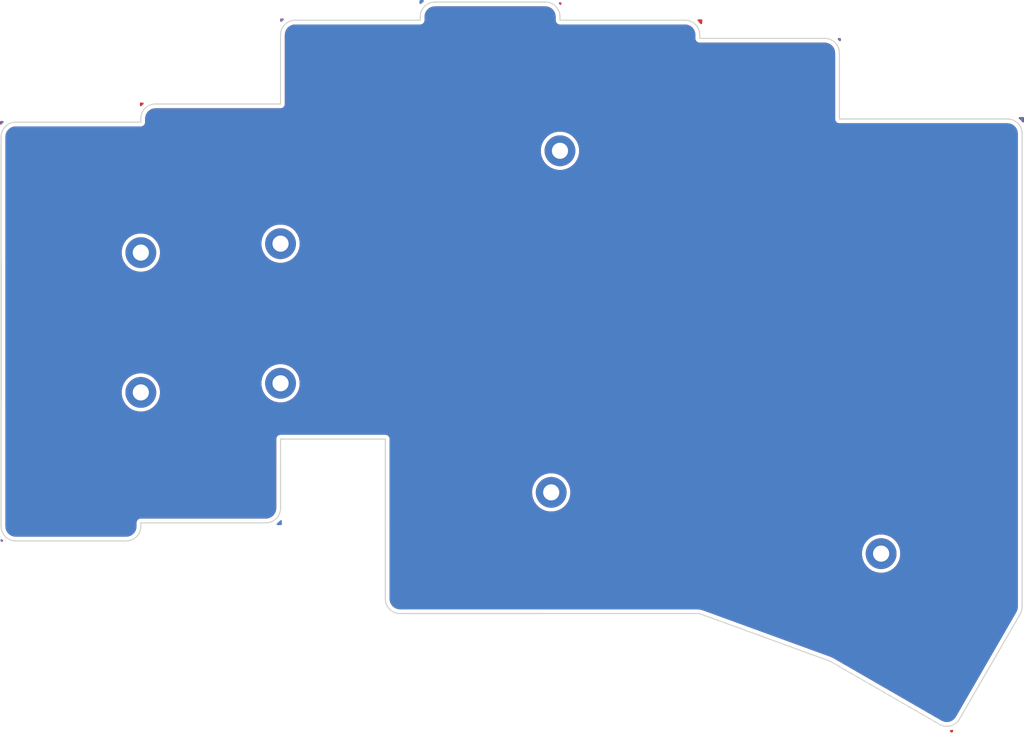
<source format=kicad_pcb>
(kicad_pcb (version 20171130) (host pcbnew "(5.1.10)-1")

  (general
    (thickness 1.6)
    (drawings 48)
    (tracks 0)
    (zones 0)
    (modules 7)
    (nets 1)
  )

  (page A4)
  (layers
    (0 F.Cu signal)
    (31 B.Cu signal)
    (32 B.Adhes user)
    (33 F.Adhes user)
    (34 B.Paste user)
    (35 F.Paste user)
    (36 B.SilkS user)
    (37 F.SilkS user)
    (38 B.Mask user)
    (39 F.Mask user)
    (40 Dwgs.User user)
    (41 Cmts.User user)
    (42 Eco1.User user)
    (43 Eco2.User user)
    (44 Edge.Cuts user)
    (45 Margin user)
    (46 B.CrtYd user)
    (47 F.CrtYd user)
    (48 B.Fab user)
    (49 F.Fab user)
  )

  (setup
    (last_trace_width 0.25)
    (trace_clearance 0.2)
    (zone_clearance 0.508)
    (zone_45_only no)
    (trace_min 0.2)
    (via_size 0.8)
    (via_drill 0.4)
    (via_min_size 0.4)
    (via_min_drill 0.3)
    (uvia_size 0.3)
    (uvia_drill 0.1)
    (uvias_allowed no)
    (uvia_min_size 0.2)
    (uvia_min_drill 0.1)
    (edge_width 0.05)
    (segment_width 0.2)
    (pcb_text_width 0.3)
    (pcb_text_size 1.5 1.5)
    (mod_edge_width 0.12)
    (mod_text_size 1 1)
    (mod_text_width 0.15)
    (pad_size 4.2 4.2)
    (pad_drill 2.2)
    (pad_to_mask_clearance 0)
    (aux_axis_origin 0 0)
    (visible_elements FFFFFF7F)
    (pcbplotparams
      (layerselection 0x010fc_ffffffff)
      (usegerberextensions false)
      (usegerberattributes true)
      (usegerberadvancedattributes true)
      (creategerberjobfile true)
      (excludeedgelayer true)
      (linewidth 0.100000)
      (plotframeref false)
      (viasonmask false)
      (mode 1)
      (useauxorigin false)
      (hpglpennumber 1)
      (hpglpenspeed 20)
      (hpglpendiameter 15.000000)
      (psnegative false)
      (psa4output false)
      (plotreference true)
      (plotvalue true)
      (plotinvisibletext false)
      (padsonsilk false)
      (subtractmaskfromsilk false)
      (outputformat 1)
      (mirror false)
      (drillshape 1)
      (scaleselection 1)
      (outputdirectory ""))
  )

  (net 0 "")

  (net_class Default "This is the default net class."
    (clearance 0.2)
    (trace_width 0.25)
    (via_dia 0.8)
    (via_drill 0.4)
    (uvia_dia 0.3)
    (uvia_drill 0.1)
  )

  (module kbd:M2_HOLE_v2 (layer F.Cu) (tedit 611C5F24) (tstamp 611C5F7B)
    (at 140.0048 92.0496)
    (descr "Mounting Hole 2.2mm, no annular, M2")
    (tags "mounting hole 2.2mm no annular m2")
    (attr virtual)
    (fp_text reference Ref** (at -0.95 -0.55) (layer F.Fab) hide
      (effects (font (size 1 1) (thickness 0.15)))
    )
    (fp_text value Val** (at 0 0.55) (layer F.Fab) hide
      (effects (font (size 1 1) (thickness 0.15)))
    )
    (pad "" thru_hole circle (at 0 0) (size 4.2 4.2) (drill 2.2) (layers *.Cu *.Mask))
  )

  (module kbd:M2_HOLE_v2 (layer F.Cu) (tedit 611C5F09) (tstamp 611C5F56)
    (at 95.0214 83.693)
    (descr "Mounting Hole 2.2mm, no annular, M2")
    (tags "mounting hole 2.2mm no annular m2")
    (attr virtual)
    (fp_text reference Ref** (at -0.95 -0.55) (layer F.Fab) hide
      (effects (font (size 1 1) (thickness 0.15)))
    )
    (fp_text value Val** (at 0 0.55) (layer F.Fab) hide
      (effects (font (size 1 1) (thickness 0.15)))
    )
    (pad "" thru_hole circle (at 0 0) (size 4.2 4.2) (drill 2.2) (layers *.Cu *.Mask))
  )

  (module kbd:M2_HOLE_v2 (layer F.Cu) (tedit 611C5EEC) (tstamp 611C5F31)
    (at 96.2152 37.084)
    (descr "Mounting Hole 2.2mm, no annular, M2")
    (tags "mounting hole 2.2mm no annular m2")
    (attr virtual)
    (fp_text reference Ref** (at -0.95 -0.55) (layer F.Fab) hide
      (effects (font (size 1 1) (thickness 0.15)))
    )
    (fp_text value Val** (at 0 0.55) (layer F.Fab) hide
      (effects (font (size 1 1) (thickness 0.15)))
    )
    (pad "" thru_hole circle (at 0 0) (size 4.2 4.2) (drill 2.2) (layers *.Cu *.Mask))
  )

  (module kbd:M2_HOLE_v2 (layer F.Cu) (tedit 611C5ED0) (tstamp 611C5F07)
    (at 58.1152 68.8086)
    (descr "Mounting Hole 2.2mm, no annular, M2")
    (tags "mounting hole 2.2mm no annular m2")
    (attr virtual)
    (fp_text reference Ref** (at -0.95 -0.55) (layer F.Fab) hide
      (effects (font (size 1 1) (thickness 0.15)))
    )
    (fp_text value Val** (at 0 0.55) (layer F.Fab) hide
      (effects (font (size 1 1) (thickness 0.15)))
    )
    (pad "" thru_hole circle (at 0 0) (size 4.2 4.2) (drill 2.2) (layers *.Cu *.Mask))
  )

  (module kbd:M2_HOLE_v2 (layer F.Cu) (tedit 611C5EAC) (tstamp 611C5EDD)
    (at 58.1152 49.7586)
    (descr "Mounting Hole 2.2mm, no annular, M2")
    (tags "mounting hole 2.2mm no annular m2")
    (attr virtual)
    (fp_text reference Ref** (at -0.95 -0.55) (layer F.Fab) hide
      (effects (font (size 1 1) (thickness 0.15)))
    )
    (fp_text value Val** (at 0 0.55) (layer F.Fab) hide
      (effects (font (size 1 1) (thickness 0.15)))
    )
    (pad "" thru_hole circle (at 0 0) (size 4.2 4.2) (drill 2.2) (layers *.Cu *.Mask))
  )

  (module kbd:M2_HOLE_v2 (layer F.Cu) (tedit 611C5E89) (tstamp 611C5EB4)
    (at 39.0652 70.0532)
    (descr "Mounting Hole 2.2mm, no annular, M2")
    (tags "mounting hole 2.2mm no annular m2")
    (attr virtual)
    (fp_text reference Ref** (at -0.95 -0.55) (layer F.Fab) hide
      (effects (font (size 1 1) (thickness 0.15)))
    )
    (fp_text value Val** (at 0 0.55) (layer F.Fab) hide
      (effects (font (size 1 1) (thickness 0.15)))
    )
    (pad "" thru_hole circle (at 0 0) (size 4.2 4.2) (drill 2.2) (layers *.Cu *.Mask))
  )

  (module kbd:M2_HOLE_v2 (layer F.Cu) (tedit 611C5E26) (tstamp 611C5E5A)
    (at 39.0652 50.9778)
    (descr "Mounting Hole 2.2mm, no annular, M2")
    (tags "mounting hole 2.2mm no annular m2")
    (attr virtual)
    (fp_text reference Ref** (at -0.95 -0.55) (layer F.Fab) hide
      (effects (font (size 1 1) (thickness 0.15)))
    )
    (fp_text value Val** (at 0 0.55) (layer F.Fab) hide
      (effects (font (size 1 1) (thickness 0.15)))
    )
    (pad "" thru_hole circle (at 0 0) (size 4.2 4.2) (drill 2.2) (layers *.Cu *.Mask))
  )

  (gr_arc (start 157.225526 99.309298) (end 158.9575 100.309431) (angle -30.00439475) (layer Edge.Cuts) (width 0.15))
  (gr_arc (start 157.225526 34.7424) (end 159.225526 34.7424) (angle -90) (layer Edge.Cuts) (width 0.15))
  (gr_line (start 159.225526 34.7424) (end 159.225526 99.309298) (layer Edge.Cuts) (width 0.15))
  (gr_line (start 134.3152 32.7424) (end 157.225526 32.7424) (layer Edge.Cuts) (width 0.15))
  (gr_arc (start 132.3152 23.7424) (end 134.3152 23.7424) (angle -90) (layer Edge.Cuts) (width 0.15))
  (gr_line (start 147.967248 115.342413) (end 133.203993 106.818057) (layer Edge.Cuts) (width 0.15))
  (gr_arc (start 148.967317 113.610402) (end 147.967248 115.342413) (angle -89.9978925) (layer Edge.Cuts) (width 0.15))
  (gr_line (start 132.888985 106.671055) (end 115.548833 100.349087) (layer Edge.Cuts) (width 0.15))
  (gr_arc (start 132.203924 108.550068) (end 133.203993 106.818057) (angle -9.971165772) (layer Edge.Cuts) (width 0.15))
  (gr_line (start 134.3152 23.7424) (end 134.3152 32.7424) (layer Edge.Cuts) (width 0.15))
  (gr_line (start 158.9575 100.309431) (end 150.699292 114.610535) (layer Edge.Cuts) (width 0.15))
  (gr_arc (start 94.215265 18.7897) (end 96.215265 18.789135) (angle -89.98380495) (layer Edge.Cuts) (width 0.15))
  (gr_arc (start 79.164834 18.7897) (end 79.164834 16.789701) (angle -89.98380495) (layer Edge.Cuts) (width 0.15))
  (gr_line (start 60.115277 19.266201) (end 77.1647 19.266201) (layer Edge.Cuts) (width 0.15))
  (gr_line (start 79.164834 16.789701) (end 94.215265 16.789701) (layer Edge.Cuts) (width 0.15))
  (gr_line (start 77.1647 19.266201) (end 77.164834 18.789135) (layer Edge.Cuts) (width 0.15))
  (gr_arc (start 60.115277 21.266201) (end 60.115277 19.266201) (angle -89.99649129) (layer Edge.Cuts) (width 0.15))
  (gr_line (start 58.1147 30.6969) (end 58.115277 21.266078) (layer Edge.Cuts) (width 0.15))
  (gr_line (start 93.8335 100.2281) (end 74.7842 100.2281) (layer Edge.Cuts) (width 0.15))
  (gr_line (start 41.064996 30.6969) (end 58.1147 30.6969) (layer Edge.Cuts) (width 0.15))
  (gr_line (start 20.01536 71.2727) (end 20.01536 52.2234) (layer Edge.Cuts) (width 0.15))
  (gr_line (start 22.01536 33.1734) (end 39.0649 33.1734) (layer Edge.Cuts) (width 0.15))
  (gr_arc (start 22.015359 35.1734) (end 22.01536 33.1734) (angle -90) (layer Edge.Cuts) (width 0.15))
  (gr_line (start 20.01536 88.322801) (end 20.015359 35.1734) (layer Edge.Cuts) (width 0.15))
  (gr_arc (start 22.01536 88.3228) (end 20.01536 88.322801) (angle -90) (layer Edge.Cuts) (width 0.15))
  (gr_arc (start 56.114699 85.8465) (end 56.1147 87.8465) (angle -90) (layer Edge.Cuts) (width 0.15))
  (gr_line (start 39.0654 87.8465) (end 39.065303 88.323204) (layer Edge.Cuts) (width 0.15))
  (gr_line (start 56.1147 87.8465) (end 39.0654 87.8465) (layer Edge.Cuts) (width 0.15))
  (gr_arc (start 41.064996 32.6969) (end 41.064996 30.6969) (angle -89.98843211) (layer Edge.Cuts) (width 0.15))
  (gr_line (start 39.0649 33.1734) (end 39.064996 32.696497) (layer Edge.Cuts) (width 0.15))
  (gr_line (start 37.065303 90.3228) (end 22.01536 90.3228) (layer Edge.Cuts) (width 0.15))
  (gr_arc (start 37.065303 88.322801) (end 37.065303 90.3228) (angle -89.98843117) (layer Edge.Cuts) (width 0.15))
  (gr_line (start 58.1147 81.1786) (end 58.1147 85.8465) (layer Edge.Cuts) (width 0.15))
  (gr_line (start 58.115399 76.4169) (end 58.1147 81.1786) (layer Edge.Cuts) (width 0.15))
  (gr_line (start 72.40295 81.1786) (end 72.40295 76.4169) (layer Edge.Cuts) (width 0.15))
  (gr_line (start 72.40295 76.4169) (end 58.115399 76.4169) (layer Edge.Cuts) (width 0.15))
  (gr_line (start 72.40295 81.329465) (end 72.40295 81.1786) (layer Edge.Cuts) (width 0.15))
  (gr_line (start 72.40295 87.8465) (end 72.40295 81.329465) (layer Edge.Cuts) (width 0.15))
  (gr_line (start 72.40295 90.3228) (end 72.40295 87.8465) (layer Edge.Cuts) (width 0.15))
  (gr_arc (start 74.40295 98.2281) (end 72.40295 98.2281) (angle -90) (layer Edge.Cuts) (width 0.15))
  (gr_line (start 114.863772 100.228101) (end 74.40295 100.2281) (layer Edge.Cuts) (width 0.15))
  (gr_arc (start 114.863772 102.228101) (end 115.548833 100.349087) (angle -20.03112148) (layer Edge.Cuts) (width 0.15))
  (gr_line (start 72.40295 98.2281) (end 72.40295 90.3228) (layer Edge.Cuts) (width 0.15))
  (gr_line (start 96.2154 19.266201) (end 113.265103 19.266201) (layer Edge.Cuts) (width 0.15))
  (gr_line (start 96.215265 18.789135) (end 96.2154 19.266201) (layer Edge.Cuts) (width 0.15))
  (gr_arc (start 113.265103 21.2662) (end 115.265103 21.265797) (angle -89.9884307) (layer Edge.Cuts) (width 0.15))
  (gr_line (start 115.265103 21.265797) (end 115.2652 21.7424) (layer Edge.Cuts) (width 0.15))
  (gr_line (start 115.2652 21.7424) (end 132.3152 21.7424) (layer Edge.Cuts) (width 0.15))

  (zone (net 0) (net_name "") (layer F.Cu) (tstamp 0) (hatch edge 0.508)
    (connect_pads (clearance 0.508))
    (min_thickness 0.254)
    (fill yes (arc_segments 32) (thermal_gap 0.508) (thermal_bridge_width 0.508))
    (polygon
      (pts
        (xy 96.4184 16.8148) (xy 96.393 19.1008) (xy 115.6462 19.1516) (xy 115.3922 21.6408) (xy 134.5184 21.6916)
        (xy 134.4168 32.639) (xy 159.4866 32.4866) (xy 159.2834 100.0252) (xy 149.6822 116.5098) (xy 132.8166 106.7054)
        (xy 115.1382 100.3046) (xy 72.3138 100.203) (xy 72.2884 76.5048) (xy 58.1914 76.4794) (xy 58.166 87.9348)
        (xy 39.1668 87.9348) (xy 39.0144 90.3224) (xy 19.939 90.424) (xy 19.8628 33.02) (xy 38.9636 33.0708)
        (xy 38.9382 30.5054) (xy 58.0136 30.607) (xy 58.0644 19.0246) (xy 77.0636 19.177) (xy 77.0636 16.5354)
      )
    )
    (filled_polygon
      (pts
        (xy 149.636322 116.33623) (xy 149.502849 116.258639) (xy 149.6099 116.240541) (xy 149.671962 116.223684) (xy 149.70713 116.214657)
      )
    )
    (filled_polygon
      (pts
        (xy 94.465164 17.527607) (xy 94.70555 17.600184) (xy 94.927256 17.718068) (xy 95.121842 17.876768) (xy 95.2819 18.070245)
        (xy 95.401329 18.291124) (xy 95.475582 18.530997) (xy 95.505273 18.813489) (xy 95.50539 19.231422) (xy 95.501965 19.266201)
        (xy 95.50541 19.301179) (xy 95.50541 19.301278) (xy 95.508703 19.334613) (xy 95.515673 19.405385) (xy 95.515703 19.405485)
        (xy 95.515713 19.405582) (xy 95.534703 19.468119) (xy 95.556272 19.539221) (xy 95.556322 19.539314) (xy 95.55635 19.539407)
        (xy 95.587478 19.597604) (xy 95.6222 19.662564) (xy 95.622268 19.662647) (xy 95.622313 19.662731) (xy 95.664573 19.714195)
        (xy 95.710925 19.770676) (xy 95.711006 19.770742) (xy 95.711068 19.770818) (xy 95.76382 19.814085) (xy 95.819037 19.859401)
        (xy 95.819127 19.859449) (xy 95.819205 19.859513) (xy 95.87986 19.891912) (xy 95.94238 19.925329) (xy 95.942479 19.925359)
        (xy 95.942567 19.925406) (xy 96.007735 19.945154) (xy 96.076216 19.965928) (xy 96.07632 19.965938) (xy 96.076415 19.965967)
        (xy 96.143643 19.972569) (xy 96.180523 19.976201) (xy 96.180631 19.976201) (xy 96.215601 19.979635) (xy 96.250368 19.976201)
        (xy 113.230394 19.976201) (xy 113.515003 20.004107) (xy 113.755389 20.076684) (xy 113.977095 20.194568) (xy 114.171683 20.35327)
        (xy 114.331737 20.546743) (xy 114.451168 20.767625) (xy 114.52542 21.007494) (xy 114.555108 21.289964) (xy 114.555194 21.707587)
        (xy 114.551765 21.7424) (xy 114.555208 21.777358) (xy 114.555208 21.777421) (xy 114.558203 21.807764) (xy 114.565473 21.881584)
        (xy 114.565495 21.881657) (xy 114.565502 21.881726) (xy 114.584502 21.944314) (xy 114.606072 22.01542) (xy 114.606107 22.015486)
        (xy 114.606128 22.015554) (xy 114.637278 22.073803) (xy 114.672 22.138763) (xy 114.672048 22.138822) (xy 114.672081 22.138883)
        (xy 114.714271 22.19027) (xy 114.760725 22.246875) (xy 114.760784 22.246923) (xy 114.760828 22.246977) (xy 114.810436 22.287672)
        (xy 114.868837 22.3356) (xy 114.868904 22.335636) (xy 114.868958 22.33568) (xy 114.927153 22.366771) (xy 114.99218 22.401528)
        (xy 114.992254 22.40155) (xy 114.992315 22.401583) (xy 115.05621 22.420951) (xy 115.126016 22.442127) (xy 115.126091 22.442134)
        (xy 115.126159 22.442155) (xy 115.192568 22.448682) (xy 115.230323 22.4524) (xy 115.230404 22.4524) (xy 115.265345 22.455834)
        (xy 115.30014 22.4524) (xy 132.280479 22.4524) (xy 132.565099 22.480307) (xy 132.805485 22.552884) (xy 133.027191 22.670768)
        (xy 133.221777 22.829468) (xy 133.381835 23.022945) (xy 133.501264 23.243824) (xy 133.575517 23.483697) (xy 133.6052 23.766116)
        (xy 133.605201 32.707513) (xy 133.601765 32.7424) (xy 133.615473 32.881584) (xy 133.656072 33.01542) (xy 133.722 33.138763)
        (xy 133.810725 33.246875) (xy 133.918837 33.3356) (xy 134.04218 33.401528) (xy 134.176016 33.442127) (xy 134.280323 33.4524)
        (xy 134.3152 33.455835) (xy 134.350077 33.4524) (xy 157.190805 33.4524) (xy 157.475425 33.480307) (xy 157.715811 33.552884)
        (xy 157.937517 33.670768) (xy 158.132103 33.829468) (xy 158.292161 34.022945) (xy 158.41159 34.243824) (xy 158.485843 34.483697)
        (xy 158.515526 34.766116) (xy 158.515527 99.274567) (xy 158.487619 99.559197) (xy 158.411796 99.810333) (xy 158.330868 99.974786)
        (xy 150.101816 114.225401) (xy 149.935305 114.457943) (xy 149.752247 114.62982) (xy 149.539294 114.762865) (xy 149.304552 114.852014)
        (xy 149.056969 114.89387) (xy 148.805962 114.886839) (xy 148.561113 114.831191) (xy 148.301692 114.715665) (xy 133.528813 106.185754)
        (xy 133.500741 106.173033) (xy 133.192744 106.029302) (xy 133.164948 106.015951) (xy 115.759262 99.670091) (xy 115.732746 99.66328)
        (xy 115.44336 99.582397) (xy 115.387189 99.572477) (xy 115.331384 99.560615) (xy 115.321525 99.559579) (xy 114.933056 99.521489)
        (xy 114.933039 99.521489) (xy 114.898649 99.518102) (xy 93.868387 99.518101) (xy 93.868377 99.5181) (xy 74.437671 99.5181)
        (xy 74.153051 99.490193) (xy 73.912668 99.417617) (xy 73.690961 99.299733) (xy 73.49637 99.141029) (xy 73.336315 98.947555)
        (xy 73.216886 98.726676) (xy 73.142633 98.486801) (xy 73.11295 98.204391) (xy 73.11295 91.780226) (xy 137.2698 91.780226)
        (xy 137.2698 92.318974) (xy 137.374905 92.84737) (xy 137.581075 93.345108) (xy 137.880387 93.793061) (xy 138.261339 94.174013)
        (xy 138.709292 94.473325) (xy 139.20703 94.679495) (xy 139.735426 94.7846) (xy 140.274174 94.7846) (xy 140.80257 94.679495)
        (xy 141.300308 94.473325) (xy 141.748261 94.174013) (xy 142.129213 93.793061) (xy 142.428525 93.345108) (xy 142.634695 92.84737)
        (xy 142.7398 92.318974) (xy 142.7398 91.780226) (xy 142.634695 91.25183) (xy 142.428525 90.754092) (xy 142.129213 90.306139)
        (xy 141.748261 89.925187) (xy 141.300308 89.625875) (xy 140.80257 89.419705) (xy 140.274174 89.3146) (xy 139.735426 89.3146)
        (xy 139.20703 89.419705) (xy 138.709292 89.625875) (xy 138.261339 89.925187) (xy 137.880387 90.306139) (xy 137.581075 90.754092)
        (xy 137.374905 91.25183) (xy 137.2698 91.780226) (xy 73.11295 91.780226) (xy 73.11295 83.423626) (xy 92.2864 83.423626)
        (xy 92.2864 83.962374) (xy 92.391505 84.49077) (xy 92.597675 84.988508) (xy 92.896987 85.436461) (xy 93.277939 85.817413)
        (xy 93.725892 86.116725) (xy 94.22363 86.322895) (xy 94.752026 86.428) (xy 95.290774 86.428) (xy 95.81917 86.322895)
        (xy 96.316908 86.116725) (xy 96.764861 85.817413) (xy 97.145813 85.436461) (xy 97.445125 84.988508) (xy 97.651295 84.49077)
        (xy 97.7564 83.962374) (xy 97.7564 83.423626) (xy 97.651295 82.89523) (xy 97.445125 82.397492) (xy 97.145813 81.949539)
        (xy 96.764861 81.568587) (xy 96.316908 81.269275) (xy 95.81917 81.063105) (xy 95.290774 80.958) (xy 94.752026 80.958)
        (xy 94.22363 81.063105) (xy 93.725892 81.269275) (xy 93.277939 81.568587) (xy 92.896987 81.949539) (xy 92.597675 82.397492)
        (xy 92.391505 82.89523) (xy 92.2864 83.423626) (xy 73.11295 83.423626) (xy 73.11295 76.451777) (xy 73.116385 76.4169)
        (xy 73.102677 76.277716) (xy 73.062078 76.14388) (xy 72.99615 76.020537) (xy 72.907425 75.912425) (xy 72.799313 75.8237)
        (xy 72.67597 75.757772) (xy 72.542134 75.717173) (xy 72.437827 75.7069) (xy 72.40295 75.703465) (xy 72.368073 75.7069)
        (xy 58.150319 75.7069) (xy 58.115503 75.703466) (xy 58.080582 75.7069) (xy 58.080522 75.7069) (xy 58.041428 75.71075)
        (xy 57.976318 75.717153) (xy 57.97627 75.717168) (xy 57.976215 75.717173) (xy 57.907343 75.738065) (xy 57.842476 75.757732)
        (xy 57.84243 75.757756) (xy 57.842379 75.757772) (xy 57.778409 75.791964) (xy 57.719124 75.823642) (xy 57.719086 75.823673)
        (xy 57.719036 75.8237) (xy 57.659227 75.872784) (xy 57.610999 75.912352) (xy 57.61097 75.912387) (xy 57.610924 75.912425)
        (xy 57.562284 75.971693) (xy 57.522258 76.02045) (xy 57.522235 76.020493) (xy 57.522199 76.020537) (xy 57.486127 76.088023)
        (xy 57.456312 76.143784) (xy 57.456298 76.143829) (xy 57.456271 76.14388) (xy 57.4342 76.216639) (xy 57.415693 76.277614)
        (xy 57.415688 76.277663) (xy 57.415672 76.277716) (xy 57.408266 76.35291) (xy 57.405405 76.381919) (xy 57.405405 76.381962)
        (xy 57.401964 76.4169) (xy 57.405395 76.451734) (xy 57.404705 81.143671) (xy 57.4047 81.143724) (xy 57.4047 81.179297)
        (xy 57.404695 81.213372) (xy 57.4047 81.213423) (xy 57.404701 85.81175) (xy 57.376791 86.096405) (xy 57.304216 86.336781)
        (xy 57.186332 86.55849) (xy 57.027629 86.75308) (xy 56.834155 86.913135) (xy 56.613276 87.032564) (xy 56.373401 87.106817)
        (xy 56.090991 87.1365) (xy 39.10034 87.1365) (xy 39.065545 87.133066) (xy 39.030604 87.1365) (xy 39.030523 87.1365)
        (xy 38.992768 87.140218) (xy 38.926359 87.146745) (xy 38.926291 87.146766) (xy 38.926216 87.146773) (xy 38.85641 87.167949)
        (xy 38.792515 87.187317) (xy 38.792454 87.18735) (xy 38.79238 87.187372) (xy 38.727353 87.222129) (xy 38.669158 87.25322)
        (xy 38.669104 87.253264) (xy 38.669037 87.2533) (xy 38.612909 87.299363) (xy 38.561028 87.341923) (xy 38.560984 87.341977)
        (xy 38.560925 87.342025) (xy 38.515225 87.397711) (xy 38.472281 87.450017) (xy 38.472248 87.450078) (xy 38.4722 87.450137)
        (xy 38.438531 87.513127) (xy 38.406328 87.573346) (xy 38.406307 87.573414) (xy 38.406272 87.57348) (xy 38.385471 87.642051)
        (xy 38.365702 87.707174) (xy 38.365695 87.707243) (xy 38.365673 87.707316) (xy 38.358403 87.781136) (xy 38.355408 87.811479)
        (xy 38.355408 87.811542) (xy 38.351965 87.8465) (xy 38.355394 87.881313) (xy 38.35531 88.288329) (xy 38.327344 88.572956)
        (xy 38.25472 88.813322) (xy 38.136792 89.035005) (xy 37.978049 89.229564) (xy 37.784543 89.38958) (xy 37.56364 89.508965)
        (xy 37.323756 89.583169) (xy 37.041282 89.6128) (xy 22.05009 89.6128) (xy 21.765455 89.584892) (xy 21.525079 89.512317)
        (xy 21.30337 89.394433) (xy 21.10878 89.23573) (xy 20.948725 89.042256) (xy 20.829296 88.821377) (xy 20.755043 88.581502)
        (xy 20.72536 88.299092) (xy 20.725359 71.307584) (xy 20.72536 71.307577) (xy 20.72536 69.783826) (xy 36.3302 69.783826)
        (xy 36.3302 70.322574) (xy 36.435305 70.85097) (xy 36.641475 71.348708) (xy 36.940787 71.796661) (xy 37.321739 72.177613)
        (xy 37.769692 72.476925) (xy 38.26743 72.683095) (xy 38.795826 72.7882) (xy 39.334574 72.7882) (xy 39.86297 72.683095)
        (xy 40.360708 72.476925) (xy 40.808661 72.177613) (xy 41.189613 71.796661) (xy 41.488925 71.348708) (xy 41.695095 70.85097)
        (xy 41.8002 70.322574) (xy 41.8002 69.783826) (xy 41.695095 69.25543) (xy 41.488925 68.757692) (xy 41.342951 68.539226)
        (xy 55.3802 68.539226) (xy 55.3802 69.077974) (xy 55.485305 69.60637) (xy 55.691475 70.104108) (xy 55.990787 70.552061)
        (xy 56.371739 70.933013) (xy 56.819692 71.232325) (xy 57.31743 71.438495) (xy 57.845826 71.5436) (xy 58.384574 71.5436)
        (xy 58.91297 71.438495) (xy 59.410708 71.232325) (xy 59.858661 70.933013) (xy 60.239613 70.552061) (xy 60.538925 70.104108)
        (xy 60.745095 69.60637) (xy 60.8502 69.077974) (xy 60.8502 68.539226) (xy 60.745095 68.01083) (xy 60.538925 67.513092)
        (xy 60.239613 67.065139) (xy 59.858661 66.684187) (xy 59.410708 66.384875) (xy 58.91297 66.178705) (xy 58.384574 66.0736)
        (xy 57.845826 66.0736) (xy 57.31743 66.178705) (xy 56.819692 66.384875) (xy 56.371739 66.684187) (xy 55.990787 67.065139)
        (xy 55.691475 67.513092) (xy 55.485305 68.01083) (xy 55.3802 68.539226) (xy 41.342951 68.539226) (xy 41.189613 68.309739)
        (xy 40.808661 67.928787) (xy 40.360708 67.629475) (xy 39.86297 67.423305) (xy 39.334574 67.3182) (xy 38.795826 67.3182)
        (xy 38.26743 67.423305) (xy 37.769692 67.629475) (xy 37.321739 67.928787) (xy 36.940787 68.309739) (xy 36.641475 68.757692)
        (xy 36.435305 69.25543) (xy 36.3302 69.783826) (xy 20.72536 69.783826) (xy 20.72536 52.188523) (xy 20.725359 52.188509)
        (xy 20.725359 50.708426) (xy 36.3302 50.708426) (xy 36.3302 51.247174) (xy 36.435305 51.77557) (xy 36.641475 52.273308)
        (xy 36.940787 52.721261) (xy 37.321739 53.102213) (xy 37.769692 53.401525) (xy 38.26743 53.607695) (xy 38.795826 53.7128)
        (xy 39.334574 53.7128) (xy 39.86297 53.607695) (xy 40.360708 53.401525) (xy 40.808661 53.102213) (xy 41.189613 52.721261)
        (xy 41.488925 52.273308) (xy 41.695095 51.77557) (xy 41.8002 51.247174) (xy 41.8002 50.708426) (xy 41.695095 50.18003)
        (xy 41.488925 49.682292) (xy 41.359923 49.489226) (xy 55.3802 49.489226) (xy 55.3802 50.027974) (xy 55.485305 50.55637)
        (xy 55.691475 51.054108) (xy 55.990787 51.502061) (xy 56.371739 51.883013) (xy 56.819692 52.182325) (xy 57.31743 52.388495)
        (xy 57.845826 52.4936) (xy 58.384574 52.4936) (xy 58.91297 52.388495) (xy 59.410708 52.182325) (xy 59.858661 51.883013)
        (xy 60.239613 51.502061) (xy 60.538925 51.054108) (xy 60.745095 50.55637) (xy 60.8502 50.027974) (xy 60.8502 49.489226)
        (xy 60.745095 48.96083) (xy 60.538925 48.463092) (xy 60.239613 48.015139) (xy 59.858661 47.634187) (xy 59.410708 47.334875)
        (xy 58.91297 47.128705) (xy 58.384574 47.0236) (xy 57.845826 47.0236) (xy 57.31743 47.128705) (xy 56.819692 47.334875)
        (xy 56.371739 47.634187) (xy 55.990787 48.015139) (xy 55.691475 48.463092) (xy 55.485305 48.96083) (xy 55.3802 49.489226)
        (xy 41.359923 49.489226) (xy 41.189613 49.234339) (xy 40.808661 48.853387) (xy 40.360708 48.554075) (xy 39.86297 48.347905)
        (xy 39.334574 48.2428) (xy 38.795826 48.2428) (xy 38.26743 48.347905) (xy 37.769692 48.554075) (xy 37.321739 48.853387)
        (xy 36.940787 49.234339) (xy 36.641475 49.682292) (xy 36.435305 50.18003) (xy 36.3302 50.708426) (xy 20.725359 50.708426)
        (xy 20.725359 36.814626) (xy 93.4802 36.814626) (xy 93.4802 37.353374) (xy 93.585305 37.88177) (xy 93.791475 38.379508)
        (xy 94.090787 38.827461) (xy 94.471739 39.208413) (xy 94.919692 39.507725) (xy 95.41743 39.713895) (xy 95.945826 39.819)
        (xy 96.484574 39.819) (xy 97.01297 39.713895) (xy 97.510708 39.507725) (xy 97.958661 39.208413) (xy 98.339613 38.827461)
        (xy 98.638925 38.379508) (xy 98.845095 37.88177) (xy 98.9502 37.353374) (xy 98.9502 36.814626) (xy 98.845095 36.28623)
        (xy 98.638925 35.788492) (xy 98.339613 35.340539) (xy 97.958661 34.959587) (xy 97.510708 34.660275) (xy 97.01297 34.454105)
        (xy 96.484574 34.349) (xy 95.945826 34.349) (xy 95.41743 34.454105) (xy 94.919692 34.660275) (xy 94.471739 34.959587)
        (xy 94.090787 35.340539) (xy 93.791475 35.788492) (xy 93.585305 36.28623) (xy 93.4802 36.814626) (xy 20.725359 36.814626)
        (xy 20.725358 35.20813) (xy 20.753266 34.9235) (xy 20.825843 34.683114) (xy 20.943727 34.461408) (xy 21.102429 34.26682)
        (xy 21.295902 34.106766) (xy 21.516784 33.987335) (xy 21.756653 33.913083) (xy 22.039075 33.8834) (xy 39.029962 33.8834)
        (xy 39.064757 33.886834) (xy 39.099698 33.8834) (xy 39.099777 33.8834) (xy 39.136594 33.879774) (xy 39.203943 33.873155)
        (xy 39.204012 33.873134) (xy 39.204084 33.873127) (xy 39.273496 33.852071) (xy 39.337787 33.832582) (xy 39.337846 33.83255)
        (xy 39.33792 33.832528) (xy 39.403772 33.79733) (xy 39.461143 33.766679) (xy 39.461195 33.766636) (xy 39.461263 33.7666)
        (xy 39.518428 33.719686) (xy 39.569273 33.677976) (xy 39.569317 33.677923) (xy 39.569375 33.677875) (xy 39.615398 33.621796)
        (xy 39.65802 33.569882) (xy 39.658053 33.56982) (xy 39.6581 33.569763) (xy 39.691862 33.506599) (xy 39.723973 33.446552)
        (xy 39.723993 33.446485) (xy 39.724028 33.44642) (xy 39.745784 33.374701) (xy 39.764598 33.312724) (xy 39.764604 33.312658)
        (xy 39.764627 33.312584) (xy 39.771993 33.237792) (xy 39.774892 33.208419) (xy 39.774892 33.208358) (xy 39.778335 33.1734)
        (xy 39.774906 33.138586) (xy 39.774989 32.731361) (xy 39.802955 32.446741) (xy 39.875578 32.206378) (xy 39.993508 31.984691)
        (xy 40.152249 31.790136) (xy 40.34576 31.630116) (xy 40.566658 31.510735) (xy 40.806543 31.436531) (xy 41.089017 31.4069)
        (xy 58.079811 31.4069) (xy 58.114657 31.410334) (xy 58.149547 31.4069) (xy 58.149577 31.4069) (xy 58.195421 31.402385)
        (xy 58.253841 31.396635) (xy 58.253859 31.396629) (xy 58.253884 31.396627) (xy 58.334903 31.37205) (xy 58.387679 31.356044)
        (xy 58.387694 31.356036) (xy 58.38772 31.356028) (xy 58.459644 31.317584) (xy 58.511026 31.290124) (xy 58.511041 31.290112)
        (xy 58.511063 31.2901) (xy 58.574022 31.238431) (xy 58.619144 31.201405) (xy 58.619155 31.201391) (xy 58.619175 31.201375)
        (xy 58.670963 31.138271) (xy 58.707875 31.093299) (xy 58.707883 31.093283) (xy 58.7079 31.093263) (xy 58.745322 31.023252)
        (xy 58.773811 30.96996) (xy 58.773817 30.969941) (xy 58.773828 30.96992) (xy 58.799988 30.883684) (xy 58.814418 30.836126)
        (xy 58.81442 30.836108) (xy 58.814427 30.836084) (xy 58.823872 30.740189) (xy 58.824697 30.73182) (xy 58.824697 30.731808)
        (xy 58.828135 30.6969) (xy 58.824701 30.662036) (xy 58.825275 21.300845) (xy 58.8532 21.016222) (xy 58.925789 20.775846)
        (xy 59.043688 20.554144) (xy 59.202401 20.359567) (xy 59.395886 20.199522) (xy 59.616775 20.080105) (xy 59.856649 20.005868)
        (xy 60.13908 19.976201) (xy 77.129733 19.976201) (xy 77.1645 19.979635) (xy 77.19947 19.976201) (xy 77.199577 19.976201)
        (xy 77.235943 19.972619) (xy 77.303687 19.965967) (xy 77.303783 19.965938) (xy 77.303884 19.965928) (xy 77.372573 19.945091)
        (xy 77.437534 19.925405) (xy 77.437619 19.92536) (xy 77.43772 19.925329) (xy 77.501512 19.891231) (xy 77.560896 19.859512)
        (xy 77.560972 19.85945) (xy 77.561063 19.859401) (xy 77.616665 19.813769) (xy 77.669033 19.770817) (xy 77.669095 19.770742)
        (xy 77.669175 19.770676) (xy 77.715213 19.714578) (xy 77.757788 19.66273) (xy 77.757833 19.662645) (xy 77.7579 19.662564)
        (xy 77.791783 19.599174) (xy 77.823751 19.539406) (xy 77.82378 19.539311) (xy 77.823828 19.539221) (xy 77.845397 19.468119)
        (xy 77.864387 19.405581) (xy 77.864396 19.405486) (xy 77.864427 19.405385) (xy 77.871431 19.334273) (xy 77.87469 19.301277)
        (xy 77.87469 19.301179) (xy 77.878135 19.266201) (xy 77.87471 19.231421) (xy 77.874824 18.824078) (xy 77.902813 18.539444)
        (xy 77.975458 18.299078) (xy 78.093404 18.077405) (xy 78.25216 17.882864) (xy 78.445679 17.722863) (xy 78.666593 17.603496)
        (xy 78.906488 17.52931) (xy 79.18897 17.499701) (xy 94.180555 17.499701)
      )
    )
    (filled_polygon
      (pts
        (xy 20.104684 90.239852) (xy 20.149713 90.285834) (xy 20.157352 90.292153) (xy 20.161838 90.295812) (xy 20.065831 90.296323)
        (xy 20.065705 90.201144)
      )
    )
    (filled_polygon
      (pts
        (xy 58.039281 87.8078) (xy 57.980408 87.8078) (xy 57.986413 87.802832) (xy 58.031751 87.757176) (xy 58.03941 87.749676)
      )
    )
    (filled_polygon
      (pts
        (xy 20.227171 33.14797) (xy 20.143647 33.217067) (xy 20.098328 33.262703) (xy 20.052326 33.307752) (xy 20.046007 33.31539)
        (xy 19.990283 33.383715) (xy 19.989969 33.147339)
      )
    )
    (filled_polygon
      (pts
        (xy 159.357804 33.083369) (xy 159.181858 32.870687) (xy 159.136203 32.82535) (xy 159.091173 32.779367) (xy 159.083535 32.773048)
        (xy 158.892464 32.617214) (xy 159.359215 32.614377)
      )
    )
    (filled_polygon
      (pts
        (xy 39.321556 30.634444) (xy 39.193679 30.740189) (xy 39.148343 30.785824) (xy 39.10234 30.830856) (xy 39.096019 30.838493)
        (xy 39.068835 30.871811) (xy 39.066471 30.633085)
      )
    )
    (filled_polygon
      (pts
        (xy 134.390219 21.81826) (xy 134.388421 22.011982) (xy 134.271532 21.870687) (xy 134.225877 21.82535) (xy 134.218487 21.817804)
      )
    )
    (filled_polygon
      (pts
        (xy 115.505619 19.27823) (xy 115.463855 19.687522) (xy 115.221436 19.394488) (xy 115.1758 19.349169) (xy 115.130751 19.303167)
        (xy 115.123113 19.296848) (xy 115.098969 19.277157)
      )
    )
    (filled_polygon
      (pts
        (xy 58.431321 19.154547) (xy 58.243684 19.309754) (xy 58.198373 19.355376) (xy 58.189914 19.363659) (xy 58.19084 19.152618)
      )
    )
    (filled_polygon
      (pts
        (xy 96.290002 16.93996) (xy 96.288674 17.059508) (xy 96.188563 16.938496)
      )
    )
    (filled_polygon
      (pts
        (xy 77.492317 16.668602) (xy 77.293675 16.832838) (xy 77.248304 16.878501) (xy 77.202328 16.923499) (xy 77.196007 16.931135)
        (xy 77.1906 16.937761) (xy 77.1906 16.664247)
      )
    )
  )
  (zone (net 0) (net_name "") (layer B.Cu) (tstamp 0) (hatch edge 0.508)
    (connect_pads (clearance 0.508))
    (min_thickness 0.254)
    (fill yes (arc_segments 32) (thermal_gap 0.508) (thermal_bridge_width 0.508))
    (polygon
      (pts
        (xy 96.3168 16.8148) (xy 96.3168 19.1262) (xy 115.2144 19.2786) (xy 115.4176 21.6154) (xy 134.493 21.717)
        (xy 134.4168 32.6136) (xy 159.385 32.6136) (xy 159.1818 99.8474) (xy 149.7076 116.332) (xy 133.0452 106.7308)
        (xy 115.1382 100.3046) (xy 72.3392 100.1776) (xy 72.2884 76.5302) (xy 58.2676 76.5302) (xy 58.293 88.1634)
        (xy 39.1414 87.9348) (xy 38.989 90.2716) (xy 19.939 90.3732) (xy 19.939 33.02) (xy 38.9636 33.0708)
        (xy 39.2176 30.7086) (xy 58.039 30.607) (xy 58.1152 19.05) (xy 77.089 19.177) (xy 77.1144 16.51)
      )
    )
    (filled_polygon
      (pts
        (xy 94.465164 17.527607) (xy 94.70555 17.600184) (xy 94.927256 17.718068) (xy 95.121842 17.876768) (xy 95.2819 18.070245)
        (xy 95.401329 18.291124) (xy 95.475582 18.530997) (xy 95.505273 18.813489) (xy 95.50539 19.231422) (xy 95.501965 19.266201)
        (xy 95.50541 19.301179) (xy 95.50541 19.301278) (xy 95.508703 19.334613) (xy 95.515673 19.405385) (xy 95.515703 19.405485)
        (xy 95.515713 19.405582) (xy 95.534703 19.468119) (xy 95.556272 19.539221) (xy 95.556322 19.539314) (xy 95.55635 19.539407)
        (xy 95.587478 19.597604) (xy 95.6222 19.662564) (xy 95.622268 19.662647) (xy 95.622313 19.662731) (xy 95.664573 19.714195)
        (xy 95.710925 19.770676) (xy 95.711006 19.770742) (xy 95.711068 19.770818) (xy 95.76382 19.814085) (xy 95.819037 19.859401)
        (xy 95.819127 19.859449) (xy 95.819205 19.859513) (xy 95.87986 19.891912) (xy 95.94238 19.925329) (xy 95.942479 19.925359)
        (xy 95.942567 19.925406) (xy 96.007735 19.945154) (xy 96.076216 19.965928) (xy 96.07632 19.965938) (xy 96.076415 19.965967)
        (xy 96.143643 19.972569) (xy 96.180523 19.976201) (xy 96.180631 19.976201) (xy 96.215601 19.979635) (xy 96.250368 19.976201)
        (xy 113.230394 19.976201) (xy 113.515003 20.004107) (xy 113.755389 20.076684) (xy 113.977095 20.194568) (xy 114.171683 20.35327)
        (xy 114.331737 20.546743) (xy 114.451168 20.767625) (xy 114.52542 21.007494) (xy 114.555108 21.289964) (xy 114.555194 21.707587)
        (xy 114.551765 21.7424) (xy 114.555208 21.777358) (xy 114.555208 21.777421) (xy 114.558203 21.807764) (xy 114.565473 21.881584)
        (xy 114.565495 21.881657) (xy 114.565502 21.881726) (xy 114.584502 21.944314) (xy 114.606072 22.01542) (xy 114.606107 22.015486)
        (xy 114.606128 22.015554) (xy 114.637278 22.073803) (xy 114.672 22.138763) (xy 114.672048 22.138822) (xy 114.672081 22.138883)
        (xy 114.714271 22.19027) (xy 114.760725 22.246875) (xy 114.760784 22.246923) (xy 114.760828 22.246977) (xy 114.810436 22.287672)
        (xy 114.868837 22.3356) (xy 114.868904 22.335636) (xy 114.868958 22.33568) (xy 114.927153 22.366771) (xy 114.99218 22.401528)
        (xy 114.992254 22.40155) (xy 114.992315 22.401583) (xy 115.05621 22.420951) (xy 115.126016 22.442127) (xy 115.126091 22.442134)
        (xy 115.126159 22.442155) (xy 115.192568 22.448682) (xy 115.230323 22.4524) (xy 115.230404 22.4524) (xy 115.265345 22.455834)
        (xy 115.30014 22.4524) (xy 132.280479 22.4524) (xy 132.565099 22.480307) (xy 132.805485 22.552884) (xy 133.027191 22.670768)
        (xy 133.221777 22.829468) (xy 133.381835 23.022945) (xy 133.501264 23.243824) (xy 133.575517 23.483697) (xy 133.6052 23.766116)
        (xy 133.605201 32.707513) (xy 133.601765 32.7424) (xy 133.615473 32.881584) (xy 133.656072 33.01542) (xy 133.722 33.138763)
        (xy 133.810725 33.246875) (xy 133.918837 33.3356) (xy 134.04218 33.401528) (xy 134.176016 33.442127) (xy 134.280323 33.4524)
        (xy 134.3152 33.455835) (xy 134.350077 33.4524) (xy 157.190805 33.4524) (xy 157.475425 33.480307) (xy 157.715811 33.552884)
        (xy 157.937517 33.670768) (xy 158.132103 33.829468) (xy 158.292161 34.022945) (xy 158.41159 34.243824) (xy 158.485843 34.483697)
        (xy 158.515526 34.766116) (xy 158.515527 99.274567) (xy 158.487619 99.559197) (xy 158.411796 99.810333) (xy 158.330868 99.974786)
        (xy 150.101816 114.225401) (xy 149.935305 114.457943) (xy 149.752247 114.62982) (xy 149.539294 114.762865) (xy 149.304552 114.852014)
        (xy 149.056969 114.89387) (xy 148.805962 114.886839) (xy 148.561113 114.831191) (xy 148.301692 114.715665) (xy 133.528813 106.185754)
        (xy 133.500741 106.173033) (xy 133.192744 106.029302) (xy 133.164948 106.015951) (xy 115.759262 99.670091) (xy 115.732746 99.66328)
        (xy 115.44336 99.582397) (xy 115.387189 99.572477) (xy 115.331384 99.560615) (xy 115.321525 99.559579) (xy 114.933056 99.521489)
        (xy 114.933039 99.521489) (xy 114.898649 99.518102) (xy 93.868387 99.518101) (xy 93.868377 99.5181) (xy 74.437671 99.5181)
        (xy 74.153051 99.490193) (xy 73.912668 99.417617) (xy 73.690961 99.299733) (xy 73.49637 99.141029) (xy 73.336315 98.947555)
        (xy 73.216886 98.726676) (xy 73.142633 98.486801) (xy 73.11295 98.204391) (xy 73.11295 91.780226) (xy 137.2698 91.780226)
        (xy 137.2698 92.318974) (xy 137.374905 92.84737) (xy 137.581075 93.345108) (xy 137.880387 93.793061) (xy 138.261339 94.174013)
        (xy 138.709292 94.473325) (xy 139.20703 94.679495) (xy 139.735426 94.7846) (xy 140.274174 94.7846) (xy 140.80257 94.679495)
        (xy 141.300308 94.473325) (xy 141.748261 94.174013) (xy 142.129213 93.793061) (xy 142.428525 93.345108) (xy 142.634695 92.84737)
        (xy 142.7398 92.318974) (xy 142.7398 91.780226) (xy 142.634695 91.25183) (xy 142.428525 90.754092) (xy 142.129213 90.306139)
        (xy 141.748261 89.925187) (xy 141.300308 89.625875) (xy 140.80257 89.419705) (xy 140.274174 89.3146) (xy 139.735426 89.3146)
        (xy 139.20703 89.419705) (xy 138.709292 89.625875) (xy 138.261339 89.925187) (xy 137.880387 90.306139) (xy 137.581075 90.754092)
        (xy 137.374905 91.25183) (xy 137.2698 91.780226) (xy 73.11295 91.780226) (xy 73.11295 83.423626) (xy 92.2864 83.423626)
        (xy 92.2864 83.962374) (xy 92.391505 84.49077) (xy 92.597675 84.988508) (xy 92.896987 85.436461) (xy 93.277939 85.817413)
        (xy 93.725892 86.116725) (xy 94.22363 86.322895) (xy 94.752026 86.428) (xy 95.290774 86.428) (xy 95.81917 86.322895)
        (xy 96.316908 86.116725) (xy 96.764861 85.817413) (xy 97.145813 85.436461) (xy 97.445125 84.988508) (xy 97.651295 84.49077)
        (xy 97.7564 83.962374) (xy 97.7564 83.423626) (xy 97.651295 82.89523) (xy 97.445125 82.397492) (xy 97.145813 81.949539)
        (xy 96.764861 81.568587) (xy 96.316908 81.269275) (xy 95.81917 81.063105) (xy 95.290774 80.958) (xy 94.752026 80.958)
        (xy 94.22363 81.063105) (xy 93.725892 81.269275) (xy 93.277939 81.568587) (xy 92.896987 81.949539) (xy 92.597675 82.397492)
        (xy 92.391505 82.89523) (xy 92.2864 83.423626) (xy 73.11295 83.423626) (xy 73.11295 76.451777) (xy 73.116385 76.4169)
        (xy 73.102677 76.277716) (xy 73.062078 76.14388) (xy 72.99615 76.020537) (xy 72.907425 75.912425) (xy 72.799313 75.8237)
        (xy 72.67597 75.757772) (xy 72.542134 75.717173) (xy 72.437827 75.7069) (xy 72.40295 75.703465) (xy 72.368073 75.7069)
        (xy 58.150319 75.7069) (xy 58.115503 75.703466) (xy 58.080582 75.7069) (xy 58.080522 75.7069) (xy 58.041428 75.71075)
        (xy 57.976318 75.717153) (xy 57.97627 75.717168) (xy 57.976215 75.717173) (xy 57.907343 75.738065) (xy 57.842476 75.757732)
        (xy 57.84243 75.757756) (xy 57.842379 75.757772) (xy 57.778409 75.791964) (xy 57.719124 75.823642) (xy 57.719086 75.823673)
        (xy 57.719036 75.8237) (xy 57.659227 75.872784) (xy 57.610999 75.912352) (xy 57.61097 75.912387) (xy 57.610924 75.912425)
        (xy 57.562284 75.971693) (xy 57.522258 76.02045) (xy 57.522235 76.020493) (xy 57.522199 76.020537) (xy 57.486127 76.088023)
        (xy 57.456312 76.143784) (xy 57.456298 76.143829) (xy 57.456271 76.14388) (xy 57.4342 76.216639) (xy 57.415693 76.277614)
        (xy 57.415688 76.277663) (xy 57.415672 76.277716) (xy 57.408266 76.35291) (xy 57.405405 76.381919) (xy 57.405405 76.381962)
        (xy 57.401964 76.4169) (xy 57.405395 76.451734) (xy 57.404705 81.143671) (xy 57.4047 81.143724) (xy 57.4047 81.179297)
        (xy 57.404695 81.213372) (xy 57.4047 81.213423) (xy 57.404701 85.81175) (xy 57.376791 86.096405) (xy 57.304216 86.336781)
        (xy 57.186332 86.55849) (xy 57.027629 86.75308) (xy 56.834155 86.913135) (xy 56.613276 87.032564) (xy 56.373401 87.106817)
        (xy 56.090991 87.1365) (xy 39.10034 87.1365) (xy 39.065545 87.133066) (xy 39.030604 87.1365) (xy 39.030523 87.1365)
        (xy 38.992768 87.140218) (xy 38.926359 87.146745) (xy 38.926291 87.146766) (xy 38.926216 87.146773) (xy 38.85641 87.167949)
        (xy 38.792515 87.187317) (xy 38.792454 87.18735) (xy 38.79238 87.187372) (xy 38.727353 87.222129) (xy 38.669158 87.25322)
        (xy 38.669104 87.253264) (xy 38.669037 87.2533) (xy 38.612909 87.299363) (xy 38.561028 87.341923) (xy 38.560984 87.341977)
        (xy 38.560925 87.342025) (xy 38.515225 87.397711) (xy 38.472281 87.450017) (xy 38.472248 87.450078) (xy 38.4722 87.450137)
        (xy 38.438531 87.513127) (xy 38.406328 87.573346) (xy 38.406307 87.573414) (xy 38.406272 87.57348) (xy 38.385471 87.642051)
        (xy 38.365702 87.707174) (xy 38.365695 87.707243) (xy 38.365673 87.707316) (xy 38.358403 87.781136) (xy 38.355408 87.811479)
        (xy 38.355408 87.811542) (xy 38.351965 87.8465) (xy 38.355394 87.881313) (xy 38.35531 88.288329) (xy 38.327344 88.572956)
        (xy 38.25472 88.813322) (xy 38.136792 89.035005) (xy 37.978049 89.229564) (xy 37.784543 89.38958) (xy 37.56364 89.508965)
        (xy 37.323756 89.583169) (xy 37.041282 89.6128) (xy 22.05009 89.6128) (xy 21.765455 89.584892) (xy 21.525079 89.512317)
        (xy 21.30337 89.394433) (xy 21.10878 89.23573) (xy 20.948725 89.042256) (xy 20.829296 88.821377) (xy 20.755043 88.581502)
        (xy 20.72536 88.299092) (xy 20.725359 71.307584) (xy 20.72536 71.307577) (xy 20.72536 69.783826) (xy 36.3302 69.783826)
        (xy 36.3302 70.322574) (xy 36.435305 70.85097) (xy 36.641475 71.348708) (xy 36.940787 71.796661) (xy 37.321739 72.177613)
        (xy 37.769692 72.476925) (xy 38.26743 72.683095) (xy 38.795826 72.7882) (xy 39.334574 72.7882) (xy 39.86297 72.683095)
        (xy 40.360708 72.476925) (xy 40.808661 72.177613) (xy 41.189613 71.796661) (xy 41.488925 71.348708) (xy 41.695095 70.85097)
        (xy 41.8002 70.322574) (xy 41.8002 69.783826) (xy 41.695095 69.25543) (xy 41.488925 68.757692) (xy 41.342951 68.539226)
        (xy 55.3802 68.539226) (xy 55.3802 69.077974) (xy 55.485305 69.60637) (xy 55.691475 70.104108) (xy 55.990787 70.552061)
        (xy 56.371739 70.933013) (xy 56.819692 71.232325) (xy 57.31743 71.438495) (xy 57.845826 71.5436) (xy 58.384574 71.5436)
        (xy 58.91297 71.438495) (xy 59.410708 71.232325) (xy 59.858661 70.933013) (xy 60.239613 70.552061) (xy 60.538925 70.104108)
        (xy 60.745095 69.60637) (xy 60.8502 69.077974) (xy 60.8502 68.539226) (xy 60.745095 68.01083) (xy 60.538925 67.513092)
        (xy 60.239613 67.065139) (xy 59.858661 66.684187) (xy 59.410708 66.384875) (xy 58.91297 66.178705) (xy 58.384574 66.0736)
        (xy 57.845826 66.0736) (xy 57.31743 66.178705) (xy 56.819692 66.384875) (xy 56.371739 66.684187) (xy 55.990787 67.065139)
        (xy 55.691475 67.513092) (xy 55.485305 68.01083) (xy 55.3802 68.539226) (xy 41.342951 68.539226) (xy 41.189613 68.309739)
        (xy 40.808661 67.928787) (xy 40.360708 67.629475) (xy 39.86297 67.423305) (xy 39.334574 67.3182) (xy 38.795826 67.3182)
        (xy 38.26743 67.423305) (xy 37.769692 67.629475) (xy 37.321739 67.928787) (xy 36.940787 68.309739) (xy 36.641475 68.757692)
        (xy 36.435305 69.25543) (xy 36.3302 69.783826) (xy 20.72536 69.783826) (xy 20.72536 52.188523) (xy 20.725359 52.188509)
        (xy 20.725359 50.708426) (xy 36.3302 50.708426) (xy 36.3302 51.247174) (xy 36.435305 51.77557) (xy 36.641475 52.273308)
        (xy 36.940787 52.721261) (xy 37.321739 53.102213) (xy 37.769692 53.401525) (xy 38.26743 53.607695) (xy 38.795826 53.7128)
        (xy 39.334574 53.7128) (xy 39.86297 53.607695) (xy 40.360708 53.401525) (xy 40.808661 53.102213) (xy 41.189613 52.721261)
        (xy 41.488925 52.273308) (xy 41.695095 51.77557) (xy 41.8002 51.247174) (xy 41.8002 50.708426) (xy 41.695095 50.18003)
        (xy 41.488925 49.682292) (xy 41.359923 49.489226) (xy 55.3802 49.489226) (xy 55.3802 50.027974) (xy 55.485305 50.55637)
        (xy 55.691475 51.054108) (xy 55.990787 51.502061) (xy 56.371739 51.883013) (xy 56.819692 52.182325) (xy 57.31743 52.388495)
        (xy 57.845826 52.4936) (xy 58.384574 52.4936) (xy 58.91297 52.388495) (xy 59.410708 52.182325) (xy 59.858661 51.883013)
        (xy 60.239613 51.502061) (xy 60.538925 51.054108) (xy 60.745095 50.55637) (xy 60.8502 50.027974) (xy 60.8502 49.489226)
        (xy 60.745095 48.96083) (xy 60.538925 48.463092) (xy 60.239613 48.015139) (xy 59.858661 47.634187) (xy 59.410708 47.334875)
        (xy 58.91297 47.128705) (xy 58.384574 47.0236) (xy 57.845826 47.0236) (xy 57.31743 47.128705) (xy 56.819692 47.334875)
        (xy 56.371739 47.634187) (xy 55.990787 48.015139) (xy 55.691475 48.463092) (xy 55.485305 48.96083) (xy 55.3802 49.489226)
        (xy 41.359923 49.489226) (xy 41.189613 49.234339) (xy 40.808661 48.853387) (xy 40.360708 48.554075) (xy 39.86297 48.347905)
        (xy 39.334574 48.2428) (xy 38.795826 48.2428) (xy 38.26743 48.347905) (xy 37.769692 48.554075) (xy 37.321739 48.853387)
        (xy 36.940787 49.234339) (xy 36.641475 49.682292) (xy 36.435305 50.18003) (xy 36.3302 50.708426) (xy 20.725359 50.708426)
        (xy 20.725359 36.814626) (xy 93.4802 36.814626) (xy 93.4802 37.353374) (xy 93.585305 37.88177) (xy 93.791475 38.379508)
        (xy 94.090787 38.827461) (xy 94.471739 39.208413) (xy 94.919692 39.507725) (xy 95.41743 39.713895) (xy 95.945826 39.819)
        (xy 96.484574 39.819) (xy 97.01297 39.713895) (xy 97.510708 39.507725) (xy 97.958661 39.208413) (xy 98.339613 38.827461)
        (xy 98.638925 38.379508) (xy 98.845095 37.88177) (xy 98.9502 37.353374) (xy 98.9502 36.814626) (xy 98.845095 36.28623)
        (xy 98.638925 35.788492) (xy 98.339613 35.340539) (xy 97.958661 34.959587) (xy 97.510708 34.660275) (xy 97.01297 34.454105)
        (xy 96.484574 34.349) (xy 95.945826 34.349) (xy 95.41743 34.454105) (xy 94.919692 34.660275) (xy 94.471739 34.959587)
        (xy 94.090787 35.340539) (xy 93.791475 35.788492) (xy 93.585305 36.28623) (xy 93.4802 36.814626) (xy 20.725359 36.814626)
        (xy 20.725358 35.20813) (xy 20.753266 34.9235) (xy 20.825843 34.683114) (xy 20.943727 34.461408) (xy 21.102429 34.26682)
        (xy 21.295902 34.106766) (xy 21.516784 33.987335) (xy 21.756653 33.913083) (xy 22.039075 33.8834) (xy 39.029962 33.8834)
        (xy 39.064757 33.886834) (xy 39.099698 33.8834) (xy 39.099777 33.8834) (xy 39.136594 33.879774) (xy 39.203943 33.873155)
        (xy 39.204012 33.873134) (xy 39.204084 33.873127) (xy 39.273496 33.852071) (xy 39.337787 33.832582) (xy 39.337846 33.83255)
        (xy 39.33792 33.832528) (xy 39.403772 33.79733) (xy 39.461143 33.766679) (xy 39.461195 33.766636) (xy 39.461263 33.7666)
        (xy 39.518428 33.719686) (xy 39.569273 33.677976) (xy 39.569317 33.677923) (xy 39.569375 33.677875) (xy 39.615398 33.621796)
        (xy 39.65802 33.569882) (xy 39.658053 33.56982) (xy 39.6581 33.569763) (xy 39.691862 33.506599) (xy 39.723973 33.446552)
        (xy 39.723993 33.446485) (xy 39.724028 33.44642) (xy 39.745784 33.374701) (xy 39.764598 33.312724) (xy 39.764604 33.312658)
        (xy 39.764627 33.312584) (xy 39.771993 33.237792) (xy 39.774892 33.208419) (xy 39.774892 33.208358) (xy 39.778335 33.1734)
        (xy 39.774906 33.138586) (xy 39.774989 32.731361) (xy 39.802955 32.446741) (xy 39.875578 32.206378) (xy 39.993508 31.984691)
        (xy 40.152249 31.790136) (xy 40.34576 31.630116) (xy 40.566658 31.510735) (xy 40.806543 31.436531) (xy 41.089017 31.4069)
        (xy 58.079811 31.4069) (xy 58.114657 31.410334) (xy 58.149547 31.4069) (xy 58.149577 31.4069) (xy 58.195421 31.402385)
        (xy 58.253841 31.396635) (xy 58.253859 31.396629) (xy 58.253884 31.396627) (xy 58.334903 31.37205) (xy 58.387679 31.356044)
        (xy 58.387694 31.356036) (xy 58.38772 31.356028) (xy 58.459644 31.317584) (xy 58.511026 31.290124) (xy 58.511041 31.290112)
        (xy 58.511063 31.2901) (xy 58.574022 31.238431) (xy 58.619144 31.201405) (xy 58.619155 31.201391) (xy 58.619175 31.201375)
        (xy 58.670963 31.138271) (xy 58.707875 31.093299) (xy 58.707883 31.093283) (xy 58.7079 31.093263) (xy 58.745322 31.023252)
        (xy 58.773811 30.96996) (xy 58.773817 30.969941) (xy 58.773828 30.96992) (xy 58.799988 30.883684) (xy 58.814418 30.836126)
        (xy 58.81442 30.836108) (xy 58.814427 30.836084) (xy 58.823872 30.740189) (xy 58.824697 30.73182) (xy 58.824697 30.731808)
        (xy 58.828135 30.6969) (xy 58.824701 30.662036) (xy 58.825275 21.300845) (xy 58.8532 21.016222) (xy 58.925789 20.775846)
        (xy 59.043688 20.554144) (xy 59.202401 20.359567) (xy 59.395886 20.199522) (xy 59.616775 20.080105) (xy 59.856649 20.005868)
        (xy 60.13908 19.976201) (xy 77.129733 19.976201) (xy 77.1645 19.979635) (xy 77.19947 19.976201) (xy 77.199577 19.976201)
        (xy 77.235943 19.972619) (xy 77.303687 19.965967) (xy 77.303783 19.965938) (xy 77.303884 19.965928) (xy 77.372573 19.945091)
        (xy 77.437534 19.925405) (xy 77.437619 19.92536) (xy 77.43772 19.925329) (xy 77.501512 19.891231) (xy 77.560896 19.859512)
        (xy 77.560972 19.85945) (xy 77.561063 19.859401) (xy 77.616665 19.813769) (xy 77.669033 19.770817) (xy 77.669095 19.770742)
        (xy 77.669175 19.770676) (xy 77.715213 19.714578) (xy 77.757788 19.66273) (xy 77.757833 19.662645) (xy 77.7579 19.662564)
        (xy 77.791783 19.599174) (xy 77.823751 19.539406) (xy 77.82378 19.539311) (xy 77.823828 19.539221) (xy 77.845397 19.468119)
        (xy 77.864387 19.405581) (xy 77.864396 19.405486) (xy 77.864427 19.405385) (xy 77.871431 19.334273) (xy 77.87469 19.301277)
        (xy 77.87469 19.301179) (xy 77.878135 19.266201) (xy 77.87471 19.231421) (xy 77.874824 18.824078) (xy 77.902813 18.539444)
        (xy 77.975458 18.299078) (xy 78.093404 18.077405) (xy 78.25216 17.882864) (xy 78.445679 17.722863) (xy 78.666593 17.603496)
        (xy 78.906488 17.52931) (xy 79.18897 17.499701) (xy 94.180555 17.499701)
      )
    )
    (filled_polygon
      (pts
        (xy 20.104684 90.239852) (xy 20.110006 90.245286) (xy 20.066 90.245521) (xy 20.066 90.201437)
      )
    )
    (filled_polygon
      (pts
        (xy 58.165719 88.034872) (xy 57.712466 88.029462) (xy 57.986413 87.802832) (xy 58.031751 87.757176) (xy 58.077733 87.712147)
        (xy 58.084052 87.704508) (xy 58.164782 87.605524)
      )
    )
    (filled_polygon
      (pts
        (xy 20.227411 33.147771) (xy 20.143647 33.217067) (xy 20.098328 33.262703) (xy 20.066 33.294361) (xy 20.066 33.14734)
      )
    )
    (filled_polygon
      (pts
        (xy 159.256949 32.961456) (xy 159.181858 32.870687) (xy 159.136203 32.82535) (xy 159.091173 32.779367) (xy 159.083535 32.773048)
        (xy 159.04375 32.7406) (xy 159.257616 32.7406)
      )
    )
    (filled_polygon
      (pts
        (xy 134.365113 21.84332) (xy 134.364139 21.982629) (xy 134.271532 21.870687) (xy 134.24332 21.842671)
      )
    )
    (filled_polygon
      (pts
        (xy 58.401854 19.178921) (xy 58.243684 19.309754) (xy 58.240469 19.312991) (xy 58.24136 19.177847)
      )
    )
    (filled_polygon
      (pts
        (xy 96.1898 16.9398) (xy 96.1898 16.939991) (xy 96.18964 16.939797)
      )
    )
    (filled_polygon
      (pts
        (xy 77.522682 16.643496) (xy 77.293675 16.832838) (xy 77.248304 16.878501) (xy 77.237798 16.888783) (xy 77.240177 16.639012)
      )
    )
  )
)

</source>
